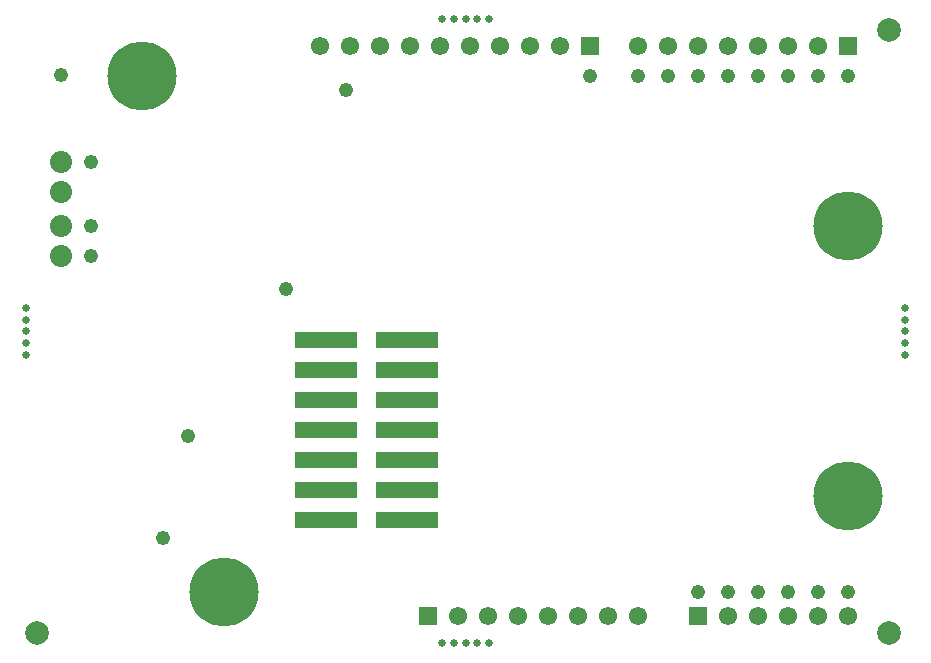
<source format=gbs>
G04 (created by PCBNEW (2013-07-07 BZR 4022)-stable) date 11/17/2016 1:09:12 AM*
%MOIN*%
G04 Gerber Fmt 3.4, Leading zero omitted, Abs format*
%FSLAX34Y34*%
G01*
G70*
G90*
G04 APERTURE LIST*
%ADD10C,0.00590551*%
%ADD11C,0.230409*%
%ADD12C,0.048*%
%ADD13C,0.025685*%
%ADD14R,0.061X0.061*%
%ADD15C,0.061*%
%ADD16R,0.206X0.056*%
%ADD17C,0.0787402*%
%ADD18C,0.0737165*%
G04 APERTURE END LIST*
G54D10*
G54D11*
X85000Y-46000D03*
X64200Y-58200D03*
X61450Y-41000D03*
X85000Y-55000D03*
G54D12*
X81000Y-41000D03*
X83000Y-41000D03*
X84000Y-41000D03*
X68250Y-41450D03*
X85000Y-41000D03*
X85000Y-58200D03*
X84000Y-58200D03*
X83000Y-58200D03*
X82000Y-58200D03*
X81000Y-58200D03*
X80000Y-58200D03*
X66250Y-48100D03*
X59750Y-46000D03*
X80000Y-41000D03*
X82000Y-41000D03*
X79000Y-41000D03*
X63000Y-53000D03*
X62150Y-56400D03*
X76400Y-41000D03*
X78000Y-41000D03*
X59750Y-47000D03*
X58750Y-40950D03*
X59750Y-43850D03*
G54D13*
X71856Y-59900D03*
X71462Y-59900D03*
X72250Y-59900D03*
X72643Y-59900D03*
X73037Y-59900D03*
X72643Y-39100D03*
X73037Y-39100D03*
X72250Y-39100D03*
X71856Y-39100D03*
X71462Y-39100D03*
X57600Y-49106D03*
X57600Y-48712D03*
X57600Y-49500D03*
X57600Y-49893D03*
X57600Y-50287D03*
X86900Y-49893D03*
X86900Y-50287D03*
X86900Y-49500D03*
X86900Y-49106D03*
X86900Y-48712D03*
G54D14*
X80000Y-59000D03*
G54D15*
X81000Y-59000D03*
X82000Y-59000D03*
X83000Y-59000D03*
X84000Y-59000D03*
X85000Y-59000D03*
G54D14*
X85000Y-40000D03*
G54D15*
X84000Y-40000D03*
X83000Y-40000D03*
X82000Y-40000D03*
X81000Y-40000D03*
X80000Y-40000D03*
X79000Y-40000D03*
X78000Y-40000D03*
G54D14*
X76400Y-40000D03*
G54D15*
X75400Y-40000D03*
X74400Y-40000D03*
X73400Y-40000D03*
X72400Y-40000D03*
X71400Y-40000D03*
X70400Y-40000D03*
X69400Y-40000D03*
X68400Y-40000D03*
X67400Y-40000D03*
G54D14*
X71000Y-59000D03*
G54D15*
X72000Y-59000D03*
X73000Y-59000D03*
X74000Y-59000D03*
X75000Y-59000D03*
X76000Y-59000D03*
X77000Y-59000D03*
X78000Y-59000D03*
G54D16*
X70300Y-49800D03*
X70300Y-50800D03*
X70300Y-51800D03*
X70300Y-52800D03*
X70300Y-53800D03*
X70300Y-54800D03*
X70300Y-55800D03*
X67600Y-55800D03*
X67600Y-54800D03*
X67600Y-53800D03*
X67600Y-52800D03*
X67600Y-51800D03*
X67600Y-50800D03*
X67600Y-49800D03*
G54D17*
X86350Y-39450D03*
X86350Y-59550D03*
X57950Y-59550D03*
G54D18*
X58750Y-46000D03*
X58750Y-47000D03*
X58750Y-44850D03*
X58750Y-43850D03*
M02*

</source>
